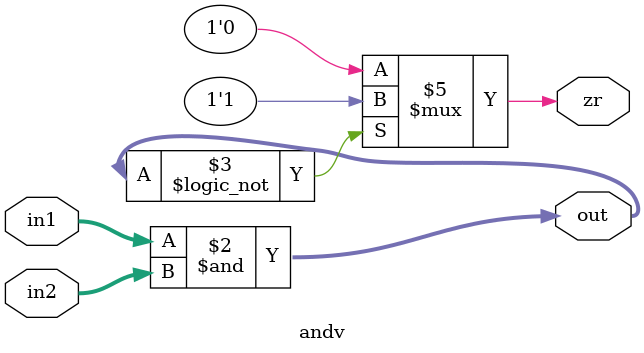
<source format=v>
module andv(in1, in2, out, zr);

input[15:0] in1, in2;
output reg[15:0] out;
output reg zr;

always@(*) begin
out = in1 & in2;
if(out == 16'h0000) begin
    zr = 1;
end
else begin
    zr = 0;
end

end
endmodule


</source>
